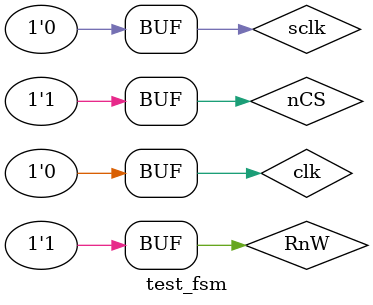
<source format=v>
`include "fsm.v"
module test_fsm();

	reg clk;
	reg sclk;
	reg nCS;
	reg RnW;
	wire MISO_buff;
	wire memory_we;
	wire address_we;
	wire sr_we;

	fsm dut(
		.clk(clk),
		.sclk(sclk),
		.nCS(nCS),
		.RnW(RnW),
		.MISO_buff(MISO_buff),
		.memory_we(memory_we),
		.address_we(address_we),
		.sr_we(sr_we)
	);

	initial begin
		$dumpfile("fsm.vcd");
		$dumpvars();

		clk = 0;
		sclk = 0;
		nCS = 1;
		RnW = 0;

		repeat(10) begin
			#1 clk = clk - 1;
		end
		
		nCS = 0;
		sclk = 0;

		repeat(32) begin
			repeat(10) begin
				#1 clk = clk - 1;
			end

			sclk = sclk - 1;
		end

		repeat(10) begin
			#1 clk = clk - 1;
		end

		nCS = 1;

		repeat(10) begin
			#1 clk = clk - 1;
		end

		RnW = 1;

		repeat(10) begin
			#1 clk = clk - 1;
		end
		
		nCS = 0;
		sclk = 0;

		repeat(32) begin
			repeat(10) begin
				#1 clk = clk - 1;
			end

			sclk = sclk - 1;
		end

		repeat(10) begin
			#1 clk = clk - 1;
		end

		nCS = 1;

		repeat(10) begin
			#1 clk = clk - 1;
		end
	end

endmodule
</source>
